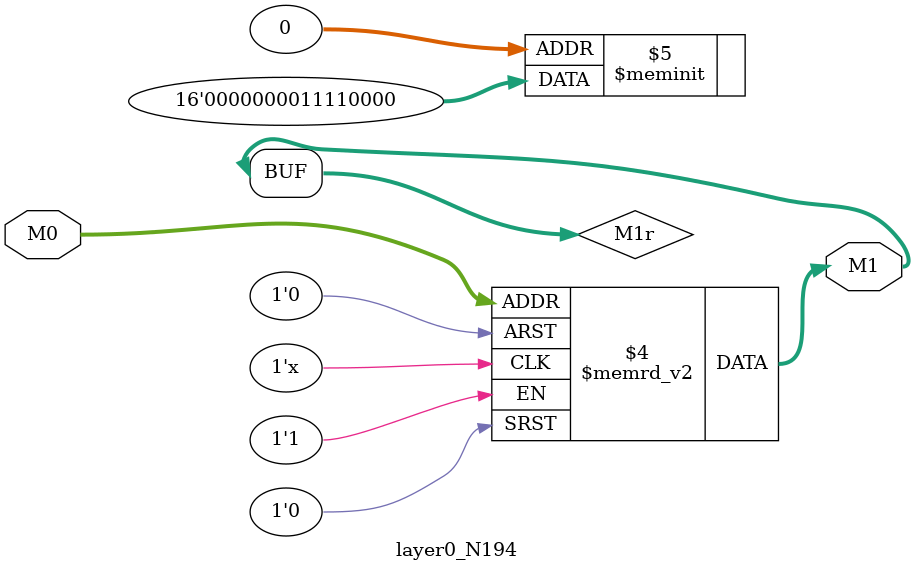
<source format=v>
module layer0_N194 ( input [2:0] M0, output [1:0] M1 );

	(*rom_style = "distributed" *) reg [1:0] M1r;
	assign M1 = M1r;
	always @ (M0) begin
		case (M0)
			3'b000: M1r = 2'b00;
			3'b100: M1r = 2'b00;
			3'b010: M1r = 2'b11;
			3'b110: M1r = 2'b00;
			3'b001: M1r = 2'b00;
			3'b101: M1r = 2'b00;
			3'b011: M1r = 2'b11;
			3'b111: M1r = 2'b00;

		endcase
	end
endmodule

</source>
